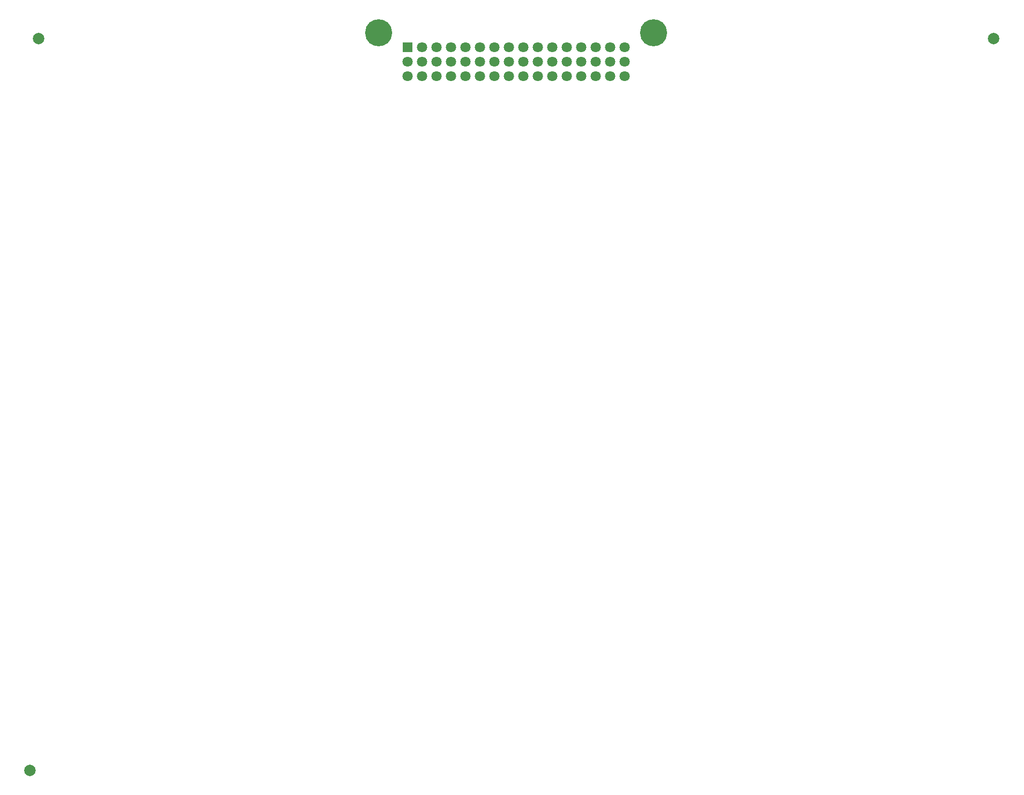
<source format=gts>
%FSAX25Y25*%
%MOIN*%
G70*
G01*
G75*
G04 Layer_Color=8388736*
%ADD10C,0.00787*%
%ADD11C,0.03937*%
%ADD12C,0.02362*%
%ADD13C,0.10000*%
%ADD14C,0.00800*%
%ADD15C,0.03937*%
%ADD16C,0.00600*%
%ADD17C,0.05000*%
%ADD18C,0.01200*%
%ADD19C,0.02000*%
%ADD20C,0.06496*%
%ADD21R,0.06496X0.06496*%
%ADD22C,0.18110*%
%ADD23C,0.03600*%
%ADD24O,0.00984X0.05709*%
%ADD25R,0.03937X0.03740*%
G04:AMPARAMS|DCode=26|XSize=78.74mil|YSize=78.74mil|CornerRadius=19.69mil|HoleSize=0mil|Usage=FLASHONLY|Rotation=0.000|XOffset=0mil|YOffset=0mil|HoleType=Round|Shape=RoundedRectangle|*
%AMROUNDEDRECTD26*
21,1,0.07874,0.03937,0,0,0.0*
21,1,0.03937,0.07874,0,0,0.0*
1,1,0.03937,0.01969,-0.01969*
1,1,0.03937,-0.01969,-0.01969*
1,1,0.03937,-0.01969,0.01969*
1,1,0.03937,0.01969,0.01969*
%
%ADD26ROUNDEDRECTD26*%
%ADD27C,0.01000*%
%ADD28C,0.02500*%
%ADD29C,0.07874*%
%ADD30C,0.07096*%
%ADD31R,0.07096X0.07096*%
%ADD32C,0.18710*%
G54D29*
X0078200Y0162400D02*
D03*
X0744200Y0668400D02*
D03*
X0084200D02*
D03*
G54D30*
X0439200Y0662534D02*
D03*
X0409200D02*
D03*
X0379200D02*
D03*
X0349200D02*
D03*
X0459200D02*
D03*
X0469200D02*
D03*
X0479200D02*
D03*
X0489200D02*
D03*
X0459200Y0652534D02*
D03*
X0469200D02*
D03*
X0479200D02*
D03*
X0489200D02*
D03*
X0459200Y0642534D02*
D03*
X0469200D02*
D03*
X0479200D02*
D03*
X0489200D02*
D03*
X0449200Y0662534D02*
D03*
X0429200D02*
D03*
X0419200D02*
D03*
X0399200D02*
D03*
X0389200D02*
D03*
X0369200D02*
D03*
X0359200D02*
D03*
X0449200Y0642534D02*
D03*
X0429200D02*
D03*
X0419200D02*
D03*
X0399200D02*
D03*
X0389200D02*
D03*
X0369200D02*
D03*
X0359200D02*
D03*
X0339200D02*
D03*
X0439200Y0652534D02*
D03*
X0409200D02*
D03*
X0379200D02*
D03*
X0349200D02*
D03*
X0449200D02*
D03*
X0429200D02*
D03*
X0419200D02*
D03*
X0399200D02*
D03*
X0389200D02*
D03*
X0369200D02*
D03*
X0359200D02*
D03*
X0339200D02*
D03*
X0439200Y0642534D02*
D03*
X0409200D02*
D03*
X0379200D02*
D03*
X0349200D02*
D03*
G54D31*
X0339200Y0662534D02*
D03*
G54D32*
X0319200Y0672534D02*
D03*
X0509200D02*
D03*
M02*

</source>
